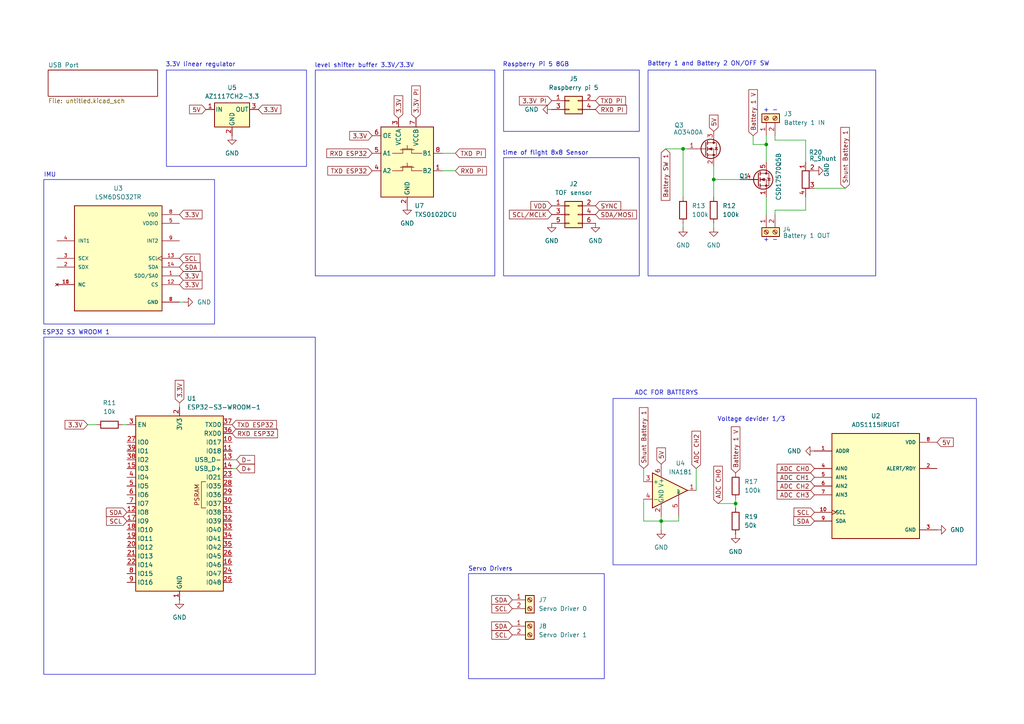
<source format=kicad_sch>
(kicad_sch (version 20250114) (generator "eeschema") (generator_version "9.0")
  (paper "A4")
  (lib_symbols
    (symbol "Amplifier_Current:INA181" (pin_names (offset 0.127))
      (property "Reference" "U" (at 3.81 3.81 0))
      (property "Value" "INA181" (at 3.81 -2.54 0))
      (symbol "INA181_0_1"
        (polyline (pts (xy 5.08 0) (xy -5.08 5.08) (xy -5.08 -5.08) (xy 5.08 0)) (stroke (width 0.254)) (fill (type background)))
      )
      (symbol "INA181_1_1"
        (pin input line (at -7.62 2.54 0) (length 2.54) (name "+") (number "3"))
        (pin input line (at -7.62 -2.54 0) (length 2.54) (name "-") (number "4"))
        (pin power_in line (at -2.54 7.62 270) (length 3.81) (name "V+") (number "6"))
        (pin power_in line (at -2.54 -7.62 90) (length 3.81) (name "GND") (number "2"))
        (pin input line (at 2.54 -7.62 90) (length 6.35) (name "REF") (number "5"))
        (pin output line (at 7.62 0 180) (length 2.54) (name "~") (number "1"))
      )
    )
    (symbol "Connector:Screw_Terminal_01x02" (pin_names (offset 1.016) (hide yes))
      (property "Reference" "J" (at 0 2.54 0))
      (property "Value" "Screw_Terminal_01x02" (at 0 -5.08 0))
      (symbol "Screw_Terminal_01x02_1_1"
        (rectangle (start -1.27 1.27) (end 1.27 -3.81) (stroke (width 0.254)) (fill (type background)))
        (polyline (pts (xy -0.5334 0.3302) (xy 0.3302 -0.508)) (stroke (width 0.1524)))
        (polyline (pts (xy -0.5334 -2.2098) (xy 0.3302 -3.048)) (stroke (width 0.1524)))
        (polyline (pts (xy -0.3556 0.508) (xy 0.508 -0.3302)) (stroke (width 0.1524)))
        (polyline (pts (xy -0.3556 -2.032) (xy 0.508 -2.8702)) (stroke (width 0.1524)))
        (circle (center 0 0) (radius 0.635) (stroke (width 0.1524)))
        (circle (center 0 -2.54) (radius 0.635) (stroke (width 0.1524)))
        (pin passive line (at -5.08 0 0) (length 3.81) (name "Pin_1") (number "1"))
        (pin passive line (at -5.08 -2.54 0) (length 3.81) (name "Pin_2") (number "2"))
      )
    )
    (symbol "Connector_Generic:Conn_02x02_Odd_Even" (pin_names (offset 1.016) (hide yes))
      (property "Reference" "J" (at 1.27 2.54 0))
      (property "Value" "Conn_02x02_Odd_Even" (at 1.27 -5.08 0))
      (symbol "Conn_02x02_Odd_Even_1_1"
        (rectangle (start -1.27 1.27) (end 3.81 -3.81) (stroke (width 0.254)) (fill (type background)))
        (rectangle (start -1.27 0.127) (end 0 -0.127) (stroke (width 0.1524)))
        (rectangle (start -1.27 -2.413) (end 0 -2.667) (stroke (width 0.1524)))
        (rectangle (start 3.81 0.127) (end 2.54 -0.127) (stroke (width 0.1524)))
        (rectangle (start 3.81 -2.413) (end 2.54 -2.667) (stroke (width 0.1524)))
        (pin passive line (at -5.08 0 0) (length 3.81) (name "Pin_1") (number "1"))
        (pin passive line (at -5.08 -2.54 0) (length 3.81) (name "Pin_3") (number "3"))
        (pin passive line (at 7.62 0 180) (length 3.81) (name "Pin_2") (number "2"))
        (pin passive line (at 7.62 -2.54 180) (length 3.81) (name "Pin_4") (number "4"))
      )
    )
    (symbol "Connector_Generic:Conn_02x03_Odd_Even" (pin_names (offset 1.016) (hide yes))
      (property "Reference" "J" (at 1.27 5.08 0))
      (property "Value" "Conn_02x03_Odd_Even" (at 1.27 -5.08 0))
      (symbol "Conn_02x03_Odd_Even_1_1"
        (rectangle (start -1.27 3.81) (end 3.81 -3.81) (stroke (width 0.254)) (fill (type background)))
        (rectangle (start -1.27 2.667) (end 0 2.413) (stroke (width 0.1524)))
        (rectangle (start -1.27 0.127) (end 0 -0.127) (stroke (width 0.1524)))
        (rectangle (start -1.27 -2.413) (end 0 -2.667) (stroke (width 0.1524)))
        (rectangle (start 3.81 2.667) (end 2.54 2.413) (stroke (width 0.1524)))
        (rectangle (start 3.81 0.127) (end 2.54 -0.127) (stroke (width 0.1524)))
        (rectangle (start 3.81 -2.413) (end 2.54 -2.667) (stroke (width 0.1524)))
        (pin passive line (at -5.08 2.54 0) (length 3.81) (name "Pin_1") (number "1"))
        (pin passive line (at -5.08 0 0) (length 3.81) (name "Pin_3") (number "3"))
        (pin passive line (at -5.08 -2.54 0) (length 3.81) (name "Pin_5") (number "5"))
        (pin passive line (at 7.62 2.54 180) (length 3.81) (name "Pin_2") (number "2"))
        (pin passive line (at 7.62 0 180) (length 3.81) (name "Pin_4") (number "4"))
        (pin passive line (at 7.62 -2.54 180) (length 3.81) (name "Pin_6") (number "6"))
      )
    )
    (symbol "Device:R" (pin_numbers (hide yes)) (pin_names (offset 0))
      (property "Reference" "R" (at 2.032 0 90))
      (property "Value" "R" (at 0 0 90))
      (symbol "R_0_1"
        (rectangle (start -1.016 -2.54) (end 1.016 2.54) (stroke (width 0.254)))
      )
      (symbol "R_1_1"
        (pin passive line (at 0 3.81 270) (length 1.27) (name "~") (number "1"))
        (pin passive line (at 0 -3.81 90) (length 1.27) (name "~") (number "2"))
      )
    )
    (symbol "Device:R_Shunt" (pin_names (offset 0) (hide yes))
      (property "Reference" "R" (at -2.032 0 90))
      (property "Value" "R_Shunt" (at 0 0 90))
      (symbol "R_Shunt_0_1"
        (rectangle (start -1.016 -2.54) (end 1.016 2.54) (stroke (width 0.254)))
        (polyline (pts (xy 0 -2.54) (xy 1.27 -2.54)))
        (polyline (pts (xy 1.27 2.54) (xy 0 2.54)))
      )
      (symbol "R_Shunt_1_1"
        (pin passive line (at 0 5.08 270) (length 2.54) (name "~") (number "1"))
        (pin passive line (at 0 -5.08 90) (length 2.54) (name "~") (number "4"))
        (pin passive line (at 2.54 2.54 180) (length 1.27) (name "~") (number "2"))
        (pin passive line (at 2.54 -2.54 180) (length 1.27) (name "~") (number "3"))
      )
    )
    (symbol "Logic_LevelTranslator:TXS0102DCU"
      (property "Reference" "U" (at -6.35 11.43 0))
      (property "Value" "TXS0102DCU" (at 3.81 11.43 0))
      (symbol "TXS0102DCU_0_1"
        (rectangle (start -7.62 10.16) (end 7.62 -10.16) (stroke (width 0.254)) (fill (type background)))
        (polyline (pts (xy -4.318 -2.54) (xy -1.27 -2.54)))
        (polyline (pts (xy -2.032 -1.524) (xy 2.032 -1.524)))
        (polyline (pts (xy -1.524 -1.27) (xy 1.524 -1.27)))
        (polyline (pts (xy -1.27 -2.54) (xy -1.27 -1.524)))
        (polyline (pts (xy 0 -1.27) (xy 0 -0.254)))
        (polyline (pts (xy 1.27 -2.54) (xy 1.27 -1.524)))
        (polyline (pts (xy 4.318 -2.54) (xy 1.27 -2.54)))
      )
      (symbol "TXS0102DCU_1_1"
        (polyline (pts (xy -4.318 2.54) (xy -1.27 2.54)))
        (polyline (pts (xy -2.032 3.556) (xy 2.032 3.556)))
        (polyline (pts (xy -1.524 3.81) (xy 1.524 3.81)))
        (polyline (pts (xy -1.27 2.54) (xy -1.27 3.556)))
        (polyline (pts (xy 0 3.81) (xy 0 4.826)))
        (polyline (pts (xy 1.27 2.54) (xy 1.27 3.556)))
        (polyline (pts (xy 4.318 2.54) (xy 1.27 2.54)))
        (pin input line (at -10.16 7.62 0) (length 2.54) (name "OE") (number "6"))
        (pin bidirectional line (at -10.16 2.54 0) (length 2.54) (name "A1") (number "5"))
        (pin bidirectional line (at -10.16 -2.54 0) (length 2.54) (name "A2") (number "4"))
        (pin power_in line (at -2.54 12.7 270) (length 2.54) (name "VCCA") (number "3"))
        (pin power_in line (at 0 -12.7 90) (length 2.54) (name "GND") (number "2"))
        (pin power_in line (at 2.54 12.7 270) (length 2.54) (name "VCCB") (number "7"))
        (pin bidirectional line (at 10.16 2.54 180) (length 2.54) (name "B1") (number "8"))
        (pin bidirectional line (at 10.16 -2.54 180) (length 2.54) (name "B2") (number "1"))
      )
    )
    (symbol "Mainboardlibrary:ADS1115IRUGT" (pin_names (offset 1.016))
      (property "Reference" "U" (at -12.7 16.002 0))
      (property "Value" "ADS1115IRUGT" (at -12.7 -17.78 0))
      (symbol "ADS1115IRUGT_0_0"
        (rectangle (start -12.7 -15.24) (end 12.7 15.24) (stroke (width 0.254)) (fill (type background)))
        (pin input line (at -17.78 10.16 0) (length 5.08) (name "ADDR") (number "1"))
        (pin input line (at -17.78 5.08 0) (length 5.08) (name "AIN0") (number "4"))
        (pin input line (at -17.78 2.54 0) (length 5.08) (name "AIN1") (number "5"))
        (pin input line (at -17.78 0 0) (length 5.08) (name "AIN2") (number "6"))
        (pin input line (at -17.78 -2.54 0) (length 5.08) (name "AIN3") (number "7"))
        (pin input clock (at -17.78 -7.62 0) (length 5.08) (name "SCL") (number "10"))
        (pin bidirectional line (at -17.78 -10.16 0) (length 5.08) (name "SDA") (number "9"))
        (pin power_in line (at 17.78 12.7 180) (length 5.08) (name "VDD") (number "8"))
        (pin output line (at 17.78 5.08 180) (length 5.08) (name "ALERT/RDY") (number "2"))
        (pin power_in line (at 17.78 -12.7 180) (length 5.08) (name "GND") (number "3"))
      )
    )
    (symbol "Mainboardlibrary:LSM6DSO32TR" (pin_names (offset 1.016))
      (property "Reference" "U" (at -12.7 16.002 0))
      (property "Value" "LSM6DSO32TR" (at -12.7 -17.78 0))
      (symbol "LSM6DSO32TR_0_0"
        (rectangle (start -12.7 -15.24) (end 12.7 15.24) (stroke (width 0.254)) (fill (type background)))
        (pin input line (at -17.78 5.08 0) (length 5.08) (name "INT1") (number "4"))
        (pin passive line (at -17.78 0 0) (length 5.08) (name "SCX") (number "3"))
        (pin passive line (at -17.78 -2.54 0) (length 5.08) (name "SDX") (number "2"))
        (pin no_connect line (at -17.78 -7.62 0) (length 5.08) (name "NC") (number "10"))
        (pin no_connect line (at -17.78 -7.62 0) (length 5.08) (name "NC") (number "11"))
        (pin power_in line (at 17.78 12.7 180) (length 5.08) (name "VDD") (number "8"))
        (pin power_in line (at 17.78 10.16 180) (length 5.08) (name "VDDIO") (number "5"))
        (pin output line (at 17.78 5.08 180) (length 5.08) (name "INT2") (number "9"))
        (pin input clock (at 17.78 0 180) (length 5.08) (name "SCL") (number "13"))
        (pin bidirectional line (at 17.78 -2.54 180) (length 5.08) (name "SDA") (number "14"))
        (pin bidirectional line (at 17.78 -5.08 180) (length 5.08) (name "SDO/SA0") (number "1"))
        (pin input line (at 17.78 -7.62 180) (length 5.08) (name "CS") (number "12"))
        (pin power_in line (at 17.78 -12.7 180) (length 5.08) (name "GND") (number "6"))
        (pin power_in line (at 17.78 -12.7 180) (length 5.08) (name "GND") (number "7"))
      )
    )
    (symbol "RF_Module:ESP32-S3-WROOM-1"
      (property "Reference" "U" (at -12.7 26.67 0))
      (property "Value" "ESP32-S3-WROOM-1" (at 12.7 26.67 0))
      (symbol "ESP32-S3-WROOM-1_0_0"
        (rectangle (start -12.7 25.4) (end 12.7 -25.4) (stroke (width 0.254)) (fill (type background)))
        (text "PSRAM" (at 5.08 2.54 900) (effects (font (size 1.27 1.27))))
      )
      (symbol "ESP32-S3-WROOM-1_0_1"
        (polyline (pts (xy 7.62 -1.27) (xy 6.35 -1.27) (xy 6.35 6.35) (xy 7.62 6.35)))
      )
      (symbol "ESP32-S3-WROOM-1_1_1"
        (pin input line (at -15.24 22.86 0) (length 2.54) (name "EN") (number "3"))
        (pin bidirectional line (at -15.24 17.78 0) (length 2.54) (name "IO0") (number "27"))
        (pin bidirectional line (at -15.24 15.24 0) (length 2.54) (name "IO1") (number "39"))
        (pin bidirectional line (at -15.24 12.7 0) (length 2.54) (name "IO2") (number "38"))
        (pin bidirectional line (at -15.24 10.16 0) (length 2.54) (name "IO3") (number "15"))
        (pin bidirectional line (at -15.24 7.62 0) (length 2.54) (name "IO4") (number "4"))
        (pin bidirectional line (at -15.24 5.08 0) (length 2.54) (name "IO5") (number "5"))
        (pin bidirectional line (at -15.24 2.54 0) (length 2.54) (name "IO6") (number "6"))
        (pin bidirectional line (at -15.24 0 0) (length 2.54) (name "IO7") (number "7"))
        (pin bidirectional line (at -15.24 -2.54 0) (length 2.54) (name "IO8") (number "12"))
        (pin bidirectional line (at -15.24 -5.08 0) (length 2.54) (name "IO9") (number "17"))
        (pin bidirectional line (at -15.24 -7.62 0) (length 2.54) (name "IO10") (number "18"))
        (pin bidirectional line (at -15.24 -10.16 0) (length 2.54) (name "IO11") (number "19"))
        (pin bidirectional line (at -15.24 -12.7 0) (length 2.54) (name "IO12") (number "20"))
        (pin bidirectional line (at -15.24 -15.24 0) (length 2.54) (name "IO13") (number "21"))
        (pin bidirectional line (at -15.24 -17.78 0) (length 2.54) (name "IO14") (number "22"))
        (pin bidirectional line (at -15.24 -20.32 0) (length 2.54) (name "IO15") (number "8"))
        (pin bidirectional line (at -15.24 -22.86 0) (length 2.54) (name "IO16") (number "9"))
        (pin power_in line (at 0 27.94 270) (length 2.54) (name "3V3") (number "2"))
        (pin power_in line (at 0 -27.94 90) (length 2.54) (name "GND") (number "1"))
        (pin passive line (at 0 -27.94 90) (length 2.54) (hide yes) (name "GND") (number "40"))
        (pin passive line (at 0 -27.94 90) (length 2.54) (hide yes) (name "GND") (number "41"))
        (pin bidirectional line (at 15.24 22.86 180) (length 2.54) (name "TXD0") (number "37"))
        (pin bidirectional line (at 15.24 20.32 180) (length 2.54) (name "RXD0") (number "36"))
        (pin bidirectional line (at 15.24 17.78 180) (length 2.54) (name "IO17") (number "10"))
        (pin bidirectional line (at 15.24 15.24 180) (length 2.54) (name "IO18") (number "11"))
        (pin bidirectional line (at 15.24 12.7 180) (length 2.54) (name "USB_D-") (number "13"))
        (pin bidirectional line (at 15.24 10.16 180) (length 2.54) (name "USB_D+") (number "14"))
        (pin bidirectional line (at 15.24 7.62 180) (length 2.54) (name "IO21") (number "23"))
        (pin bidirectional line (at 15.24 5.08 180) (length 2.54) (name "IO35") (number "28"))
        (pin bidirectional line (at 15.24 2.54 180) (length 2.54) (name "IO36") (number "29"))
        (pin bidirectional line (at 15.24 0 180) (length 2.54) (name "IO37") (number "30"))
        (pin bidirectional line (at 15.24 -2.54 180) (length 2.54) (name "IO38") (number "31"))
        (pin bidirectional line (at 15.24 -5.08 180) (length 2.54) (name "IO39") (number "32"))
        (pin bidirectional line (at 15.24 -7.62 180) (length 2.54) (name "IO40") (number "33"))
        (pin bidirectional line (at 15.24 -10.16 180) (length 2.54) (name "IO41") (number "34"))
        (pin bidirectional line (at 15.24 -12.7 180) (length 2.54) (name "IO42") (number "35"))
        (pin bidirectional line (at 15.24 -15.24 180) (length 2.54) (name "IO45") (number "26"))
        (pin bidirectional line (at 15.24 -17.78 180) (length 2.54) (name "IO46") (number "16"))
        (pin bidirectional line (at 15.24 -20.32 180) (length 2.54) (name "IO47") (number "24"))
        (pin bidirectional line (at 15.24 -22.86 180) (length 2.54) (name "IO48") (number "25"))
      )
    )
    (symbol "Regulator_Linear:AZ1117CH2-3.3" (pin_names (offset 0.254))
      (property "Reference" "U" (at -3.81 3.556 0))
      (property "Value" "AZ1117CH2-3.3" (at 0 3.556 0))
      (symbol "AZ1117CH2-3.3_0_1"
        (rectangle (start -5.08 1.905) (end 5.08 -5.08) (stroke (width 0.254)) (fill (type background)))
      )
      (symbol "AZ1117CH2-3.3_1_1"
        (pin power_in line (at -7.62 0 0) (length 2.54) (name "IN") (number "1"))
        (pin power_in line (at 0 -7.62 90) (length 2.54) (name "GND") (number "2"))
        (pin power_out line (at 7.62 0 180) (length 2.54) (name "OUT") (number "3"))
      )
    )
    (symbol "Transistor_FET:AO3400A" (pin_names (offset 0) (hide yes))
      (property "Reference" "Q" (at 5.08 1.905 0))
      (property "Value" "AO3400A" (at 5.08 0 0))
      (symbol "AO3400A_0_1"
        (polyline (pts (xy 0.254 1.905) (xy 0.254 -1.905)) (stroke (width 0.254)))
        (polyline (pts (xy 0.254 0) (xy -2.54 0)))
        (polyline (pts (xy 0.762 2.286) (xy 0.762 1.27)) (stroke (width 0.254)))
        (polyline (pts (xy 0.762 0.508) (xy 0.762 -0.508)) (stroke (width 0.254)))
        (polyline (pts (xy 0.762 -1.27) (xy 0.762 -2.286)) (stroke (width 0.254)))
        (polyline (pts (xy 0.762 -1.778) (xy 3.302 -1.778) (xy 3.302 1.778) (xy 0.762 1.778)))
        (polyline (pts (xy 1.016 0) (xy 2.032 0.381) (xy 2.032 -0.381) (xy 1.016 0)) (fill (type outline)))
        (circle (center 1.651 0) (radius 2.794) (stroke (width 0.254)))
        (polyline (pts (xy 2.54 2.54) (xy 2.54 1.778)))
        (circle (center 2.54 1.778) (radius 0.254) (fill (type outline)))
        (circle (center 2.54 -1.778) (radius 0.254) (fill (type outline)))
        (polyline (pts (xy 2.54 -2.54) (xy 2.54 0) (xy 0.762 0)))
        (polyline (pts (xy 2.921 0.381) (xy 3.683 0.381)))
        (polyline (pts (xy 3.302 0.381) (xy 2.921 -0.254) (xy 3.683 -0.254) (xy 3.302 0.381)))
      )
      (symbol "AO3400A_1_1"
        (pin input line (at -5.08 0 0) (length 2.54) (name "G") (number "1"))
        (pin passive line (at 2.54 5.08 270) (length 2.54) (name "D") (number "3"))
        (pin passive line (at 2.54 -5.08 90) (length 2.54) (name "S") (number "2"))
      )
    )
    (symbol "Transistor_FET:CSD17570Q5B" (pin_names (offset 0) (hide yes))
      (property "Reference" "Q" (at 5.08 1.905 0))
      (property "Value" "CSD17570Q5B" (at 5.08 0 0))
      (symbol "CSD17570Q5B_0_1"
        (polyline (pts (xy 0.254 1.905) (xy 0.254 -1.905)) (stroke (width 0.254)))
        (polyline (pts (xy 0.254 0) (xy -2.54 0)))
        (polyline (pts (xy 0.762 2.286) (xy 0.762 1.27)) (stroke (width 0.254)))
        (polyline (pts (xy 0.762 0.508) (xy 0.762 -0.508)) (stroke (width 0.254)))
        (polyline (pts (xy 0.762 -1.27) (xy 0.762 -2.286)) (stroke (width 0.254)))
        (polyline (pts (xy 0.762 -1.778) (xy 3.302 -1.778) (xy 3.302 1.778) (xy 0.762 1.778)))
        (polyline (pts (xy 1.016 0) (xy 2.032 0.381) (xy 2.032 -0.381) (xy 1.016 0)) (fill (type outline)))
        (circle (center 1.651 0) (radius 2.794) (stroke (width 0.254)))
        (polyline (pts (xy 2.54 2.54) (xy 2.54 1.778)))
        (circle (center 2.54 1.778) (radius 0.254) (fill (type outline)))
        (circle (center 2.54 -1.778) (radius 0.254) (fill (type outline)))
        (polyline (pts (xy 2.54 -2.54) (xy 2.54 0) (xy 0.762 0)))
        (polyline (pts (xy 2.794 0.508) (xy 2.921 0.381) (xy 3.683 0.381) (xy 3.81 0.254)))
        (polyline (pts (xy 3.302 0.381) (xy 2.921 -0.254) (xy 3.683 -0.254) (xy 3.302 0.381)))
      )
      (symbol "CSD17570Q5B_1_1"
        (pin input line (at -5.08 0 0) (length 5.08) (name "G") (number "4"))
        (pin passive line (at 2.54 5.08 270) (length 2.54) (name "D") (number "5"))
        (pin passive line (at 2.54 -5.08 90) (length 2.54) (name "S") (number "1"))
        (pin passive line (at 2.54 -5.08 90) (length 2.54) (hide yes) (name "S") (number "2"))
        (pin passive line (at 2.54 -5.08 90) (length 2.54) (hide yes) (name "S") (number "3"))
      )
    )
    (symbol "power:GND" (power) (pin_numbers (hide yes)) (pin_names (offset 0) (hide yes))
      (property "Value" "GND" (at 0 -3.81 0))
      (symbol "GND_0_1"
        (polyline (pts (xy 0 0) (xy 0 -1.27) (xy 1.27 -1.27) (xy 0 -2.54) (xy -1.27 -1.27) (xy 0 -1.27)))
      )
      (symbol "GND_1_1"
        (pin power_in line (at 0 0 270) (length 0) (name "~") (number "1"))
      )
    )
  )
  (rectangle (start 12.7 52.07) (end 62.23 93.98))
  (rectangle (start 91.44 20.32) (end 143.51 80.01))
  (rectangle (start 48.26 20.32) (end 88.9 48.26))
  (rectangle (start 146.05 20.32) (end 185.42 38.1))
  (rectangle (start 12.7 97.79) (end 91.44 195.58))
  (rectangle (start 177.8 115.57) (end 283.21 163.83))
  (rectangle (start 146.05 45.72) (end 185.42 80.01))
  (rectangle (start 135.89 166.37) (end 175.26 196.85))
  (rectangle (start 187.96 20.32) (end 254 80.01))
  (text "ADC FOR BATTERYS" (at 193.294 114.046 0) (effects (font (size 1.27 1.27))))
  (text "3.3V linear regulator" (at 58.166 18.796 0) (effects (font (size 1.27 1.27))))
  (text "+ -" (at 223.52 32.004 0) (effects (font (size 1.27 1.27))))
  (text "IMU" (at 14.478 50.8 0) (effects (font (size 1.27 1.27))))
  (text "ESP32 S3 WROOM 1" (at 22.098 96.52 0) (effects (font (size 1.27 1.27))))
  (text "Raspberry Pi 5 8GB" (at 155.448 18.796 0) (effects (font (size 1.27 1.27))))
  (text "Battery 1 and Battery 2 ON/OFF SW" (at 205.486 18.542 0) (effects (font (size 1.27 1.27))))
  (text "Servo Drivers" (at 142.24 165.1 0) (effects (font (size 1.27 1.27))))
  (text "+ -" (at 223.52 69.596 0) (effects (font (size 1.27 1.27))))
  (text "time of flight 8x8 Sensor" (at 158.242 44.45 0) (effects (font (size 1.27 1.27))))
  (text "Voltage devider 1/3" (at 217.932 121.666 0) (effects (font (size 1.27 1.27))))
  (text "level shifter buffer 3.3V/3.3V" (at 105.664 19.05 0) (effects (font (size 1.27 1.27))))
  (junction (at 191.77 151.13))
  (junction (at 213.36 146.05))
  (junction (at 198.12 43.18))
  (junction (at 222.25 41.91))
  (junction (at 207.01 52.07))
  (wire (pts (xy 191.77 151.13) (xy 191.77 149.86)))
  (wire (pts (xy 222.25 39.37) (xy 222.25 41.91)))
  (wire (pts (xy 196.85 149.86) (xy 196.85 151.13)))
  (wire (pts (xy 218.44 39.37) (xy 218.44 41.91)))
  (wire (pts (xy 207.01 48.26) (xy 207.01 52.07)))
  (wire (pts (xy 128.27 49.53) (xy 132.08 49.53)))
  (wire (pts (xy 186.69 135.89) (xy 186.69 139.7)))
  (wire (pts (xy 198.12 64.77) (xy 198.12 66.04)))
  (wire (pts (xy 201.93 135.89) (xy 201.93 142.24)))
  (wire (pts (xy 198.12 43.18) (xy 199.39 43.18)))
  (wire (pts (xy 222.25 57.15) (xy 222.25 62.23)))
  (wire (pts (xy 233.68 40.64) (xy 233.68 46.99)))
  (wire (pts (xy 186.69 144.78) (xy 186.69 151.13)))
  (wire (pts (xy 207.01 52.07) (xy 214.63 52.07)))
  (wire (pts (xy 191.77 153.67) (xy 191.77 151.13)))
  (wire (pts (xy 193.04 43.18) (xy 198.12 43.18)))
  (wire (pts (xy 25.4 123.19) (xy 27.94 123.19)))
  (wire (pts (xy 186.69 151.13) (xy 191.77 151.13)))
  (wire (pts (xy 52.07 87.63) (xy 53.34 87.63)))
  (wire (pts (xy 196.85 151.13) (xy 191.77 151.13)))
  (wire (pts (xy 208.28 146.05) (xy 213.36 146.05)))
  (wire (pts (xy 245.11 54.61) (xy 236.22 54.61)))
  (wire (pts (xy 35.56 123.19) (xy 36.83 123.19)))
  (wire (pts (xy 68.58 135.89) (xy 67.31 135.89)))
  (wire (pts (xy 128.27 44.45) (xy 132.08 44.45)))
  (wire (pts (xy 207.01 64.77) (xy 207.01 66.04)))
  (wire (pts (xy 198.12 57.15) (xy 198.12 43.18)))
  (wire (pts (xy 213.36 144.78) (xy 213.36 146.05)))
  (wire (pts (xy 218.44 41.91) (xy 222.25 41.91)))
  (wire (pts (xy 52.07 116.84) (xy 52.07 118.11)))
  (wire (pts (xy 222.25 41.91) (xy 222.25 46.99)))
  (wire (pts (xy 224.79 40.64) (xy 233.68 40.64)))
  (wire (pts (xy 224.79 60.96) (xy 224.79 62.23)))
  (wire (pts (xy 213.36 146.05) (xy 213.36 147.32)))
  (wire (pts (xy 68.58 133.35) (xy 67.31 133.35)))
  (wire (pts (xy 224.79 39.37) (xy 224.79 40.64)))
  (wire (pts (xy 233.68 60.96) (xy 224.79 60.96)))
  (wire (pts (xy 207.01 52.07) (xy 207.01 57.15)))
  (wire (pts (xy 233.68 57.15) (xy 233.68 60.96)))
  (global_label "TXD PI" (shape input) (at 132.08 44.45 0) (property "Intersheetrefs" "${INTERSHEET_REFS}" (effects (hide yes))))
  (global_label "ADC CH0" (shape input) (at 208.28 146.05 90) (property "Intersheetrefs" "${INTERSHEET_REFS}" (effects (hide yes))))
  (global_label "3.3V" (shape input) (at 115.57 34.29 90) (property "Intersheetrefs" "${INTERSHEET_REFS}" (effects (hide yes))))
  (global_label "5V" (shape input) (at 191.77 134.62 90) (property "Intersheetrefs" "${INTERSHEET_REFS}" (effects (hide yes))))
  (global_label "SDA" (shape input) (at 236.22 151.13 180) (property "Intersheetrefs" "${INTERSHEET_REFS}" (effects (hide yes))))
  (global_label "5V" (shape input) (at 59.69 31.75 180) (property "Intersheetrefs" "${INTERSHEET_REFS}" (effects (hide yes))))
  (global_label "SCL" (shape input) (at 36.83 151.13 180) (property "Intersheetrefs" "${INTERSHEET_REFS}" (effects (hide yes))))
  (global_label "5V" (shape input) (at 207.01 38.1 90) (property "Intersheetrefs" "${INTERSHEET_REFS}" (effects (hide yes))))
  (global_label "SDA" (shape input) (at 148.59 173.99 180) (property "Intersheetrefs" "${INTERSHEET_REFS}" (effects (hide yes))))
  (global_label "3.3V" (shape input) (at 74.93 31.75 0) (property "Intersheetrefs" "${INTERSHEET_REFS}" (effects (hide yes))))
  (global_label "SYNC" (shape input) (at 172.72 59.69 0) (property "Intersheetrefs" "${INTERSHEET_REFS}" (effects (hide yes))))
  (global_label "3.3V" (shape input) (at 25.4 123.19 180) (property "Intersheetrefs" "${INTERSHEET_REFS}" (effects (hide yes))))
  (global_label "3.3V" (shape input) (at 52.07 82.55 0) (property "Intersheetrefs" "${INTERSHEET_REFS}" (effects (hide yes))))
  (global_label "RXD PI" (shape input) (at 132.08 49.53 0) (property "Intersheetrefs" "${INTERSHEET_REFS}" (effects (hide yes))))
  (global_label "RXD PI" (shape input) (at 172.72 31.75 0) (property "Intersheetrefs" "${INTERSHEET_REFS}" (effects (hide yes))))
  (global_label "ADC CH2" (shape input) (at 201.93 135.89 90) (property "Intersheetrefs" "${INTERSHEET_REFS}" (effects (hide yes))))
  (global_label "RXD ESP32" (shape input) (at 107.95 44.45 180) (property "Intersheetrefs" "${INTERSHEET_REFS}" (effects (hide yes))))
  (global_label "3.3V" (shape input) (at 52.07 62.23 0) (property "Intersheetrefs" "${INTERSHEET_REFS}" (effects (hide yes))))
  (global_label "SCL{slash}MCLK" (shape input) (at 160.02 62.23 180) (property "Intersheetrefs" "${INTERSHEET_REFS}" (effects (hide yes))))
  (global_label "3.3V" (shape input) (at 107.95 39.37 180) (property "Intersheetrefs" "${INTERSHEET_REFS}" (effects (hide yes))))
  (global_label "ADC CH0" (shape input) (at 236.22 135.89 180) (property "Intersheetrefs" "${INTERSHEET_REFS}" (effects (hide yes))))
  (global_label "Shunt Battery 1" (shape input) (at 186.69 135.89 90) (property "Intersheetrefs" "${INTERSHEET_REFS}" (effects (hide yes))))
  (global_label "Battery 1 V" (shape input) (at 218.44 39.37 90) (property "Intersheetrefs" "${INTERSHEET_REFS}" (effects (hide yes))))
  (global_label "TXD ESP32" (shape input) (at 67.31 123.19 0) (property "Intersheetrefs" "${INTERSHEET_REFS}" (effects (hide yes))))
  (global_label "SDA" (shape input) (at 52.07 77.47 0) (property "Intersheetrefs" "${INTERSHEET_REFS}" (effects (hide yes))))
  (global_label "3.3V" (shape input) (at 52.07 116.84 90) (property "Intersheetrefs" "${INTERSHEET_REFS}" (effects (hide yes))))
  (global_label "ADC CH2" (shape input) (at 236.22 140.97 180) (property "Intersheetrefs" "${INTERSHEET_REFS}" (effects (hide yes))))
  (global_label "RXD ESP32" (shape input) (at 67.31 125.73 0) (property "Intersheetrefs" "${INTERSHEET_REFS}" (effects (hide yes))))
  (global_label "ADC CH3" (shape input) (at 236.22 143.51 180) (property "Intersheetrefs" "${INTERSHEET_REFS}" (effects (hide yes))))
  (global_label "ADC CH1" (shape input) (at 236.22 138.43 180) (property "Intersheetrefs" "${INTERSHEET_REFS}" (effects (hide yes))))
  (global_label "SCL" (shape input) (at 148.59 176.53 180) (property "Intersheetrefs" "${INTERSHEET_REFS}" (effects (hide yes))))
  (global_label "SCL" (shape input) (at 236.22 148.59 180) (property "Intersheetrefs" "${INTERSHEET_REFS}" (effects (hide yes))))
  (global_label "SDA" (shape input) (at 36.83 148.59 180) (property "Intersheetrefs" "${INTERSHEET_REFS}" (effects (hide yes))))
  (global_label "Battery SW 1" (shape input) (at 193.04 43.18 270) (property "Intersheetrefs" "${INTERSHEET_REFS}" (effects (hide yes))))
  (global_label "D-" (shape input) (at 68.58 133.35 0) (property "Intersheetrefs" "${INTERSHEET_REFS}" (effects (hide yes))))
  (global_label "VDD" (shape input) (at 160.02 59.69 180) (property "Intersheetrefs" "${INTERSHEET_REFS}" (effects (hide yes))))
  (global_label "3.3V" (shape input) (at 52.07 80.01 0) (property "Intersheetrefs" "${INTERSHEET_REFS}" (effects (hide yes))))
  (global_label "SDA" (shape input) (at 148.59 181.61 180) (property "Intersheetrefs" "${INTERSHEET_REFS}" (effects (hide yes))))
  (global_label "SCL" (shape input) (at 148.59 184.15 180) (property "Intersheetrefs" "${INTERSHEET_REFS}" (effects (hide yes))))
  (global_label "Shunt Battery 1" (shape input) (at 245.11 54.61 90) (property "Intersheetrefs" "${INTERSHEET_REFS}" (effects (hide yes))))
  (global_label "3.3V PI" (shape input) (at 160.02 29.21 180) (property "Intersheetrefs" "${INTERSHEET_REFS}" (effects (hide yes))))
  (global_label "5V" (shape input) (at 271.78 128.27 0) (property "Intersheetrefs" "${INTERSHEET_REFS}" (effects (hide yes))))
  (global_label "TXD PI" (shape input) (at 172.72 29.21 0) (property "Intersheetrefs" "${INTERSHEET_REFS}" (effects (hide yes))))
  (global_label "D+" (shape input) (at 68.58 135.89 0) (property "Intersheetrefs" "${INTERSHEET_REFS}" (effects (hide yes))))
  (global_label "TXD ESP32" (shape input) (at 107.95 49.53 180) (property "Intersheetrefs" "${INTERSHEET_REFS}" (effects (hide yes))))
  (global_label "SCL" (shape input) (at 52.07 74.93 0) (property "Intersheetrefs" "${INTERSHEET_REFS}" (effects (hide yes))))
  (global_label "SDA{slash}MOSI" (shape input) (at 172.72 62.23 0) (property "Intersheetrefs" "${INTERSHEET_REFS}" (effects (hide yes))))
  (global_label "Battery 1 V" (shape input) (at 213.36 137.16 90) (property "Intersheetrefs" "${INTERSHEET_REFS}" (effects (hide yes))))
  (global_label "3.3V PI" (shape input) (at 120.65 34.29 90) (property "Intersheetrefs" "${INTERSHEET_REFS}" (effects (hide yes))))
  (symbol (lib_id "power:GND") (at 207.01 66.04 0) (unit 1)
    (property "Reference" "#PWR019" (effects (hide yes)))
    (property "Value" "GND" (at 207.01 71.12 0))
    (property "Description" "Power symbol creates a global label with name \"GND\" , ground" (effects (hide yes)))
  )
  (symbol (lib_id "power:GND") (at 52.07 173.99 0) (unit 1)
    (property "Reference" "#PWR015" (effects (hide yes)))
    (property "Value" "GND" (at 52.07 179.07 0))
    (property "Description" "Power symbol creates a global label with name \"GND\" , ground" (effects (hide yes)))
  )
  (symbol (lib_id "Regulator_Linear:AZ1117CH2-3.3") (at 67.31 31.75 0) (unit 1)
    (property "Reference" "U5" (at 67.31 25.4 0))
    (property "Value" "AZ1117CH2-3.3" (at 67.31 27.94 0))
    (property "Footprint" "Package_TO_SOT_SMD:SOT-223-3_TabPin2" (effects (hide yes)))
    (property "Datasheet" "https://www.diodes.com/assets/Datasheets/AZ1117C.pdf" (effects (hide yes)))
    (property "Description" "1A Fixed 3.3V LDO Linear Regulator, 15V Max Input, SOT-223" (effects (hide yes)))
  )
  (symbol (lib_id "Connector_Generic:Conn_02x02_Odd_Even") (at 165.1 29.21 0) (unit 1)
    (property "Reference" "J5" (at 166.37 22.86 0))
    (property "Value" "Raspberry pi 5" (at 166.37 25.4 0))
    (property "Footprint" "Connector_PinHeader_2.54mm:PinHeader_2x02_P2.54mm_Vertical" (effects (hide yes)))
    (property "Description" "Generic connector, double row, 02x02, odd/even pin numbering scheme (row 1 odd numbers, row 2 even numbers), script generated (kicad-library-utils/schlib/autogen/connector/)" (effects (hide yes)))
  )
  (symbol (lib_id "power:GND") (at 198.12 66.04 0) (unit 1)
    (property "Reference" "#PWR018" (effects (hide yes)))
    (property "Value" "GND" (at 198.12 71.12 0))
    (property "Description" "Power symbol creates a global label with name \"GND\" , ground" (effects (hide yes)))
  )
  (symbol (lib_id "Device:R") (at 213.36 140.97 0) (unit 1)
    (property "Reference" "R17" (at 215.9 139.6999 0) (effects (justify left)))
    (property "Value" "100k" (at 215.9 142.2399 0) (effects (justify left)))
    (property "Description" "Resistor" (effects (hide yes)))
  )
  (symbol (lib_id "Device:R") (at 207.01 60.96 0) (unit 1)
    (property "Reference" "R12" (at 209.55 59.6899 0) (effects (justify left)))
    (property "Value" "100k" (at 209.55 62.2299 0) (effects (justify left)))
    (property "Description" "Resistor" (effects (hide yes)))
  )
  (symbol (lib_id "power:GND") (at 236.22 130.81 270) (unit 1)
    (property "Reference" "#PWR026" (effects (hide yes)))
    (property "Value" "GND" (at 232.41 130.8099 90) (effects (justify right)))
    (property "Description" "Power symbol creates a global label with name \"GND\" , ground" (effects (hide yes)))
  )
  (symbol (lib_id "power:GND") (at 236.22 49.53 90) (unit 1)
    (property "Reference" "#PWR022" (effects (hide yes)))
    (property "Value" "GND" (at 239.776 49.276 0))
    (property "Description" "Power symbol creates a global label with name \"GND\" , ground" (effects (hide yes)))
  )
  (symbol (lib_id "power:GND") (at 271.78 153.67 90) (unit 1)
    (property "Reference" "#PWR027" (effects (hide yes)))
    (property "Value" "GND" (at 275.59 153.6699 90) (effects (justify right)))
    (property "Description" "Power symbol creates a global label with name \"GND\" , ground" (effects (hide yes)))
  )
  (symbol (lib_id "Transistor_FET:AO3400A") (at 204.47 43.18 0) (unit 1)
    (property "Reference" "Q3" (at 195.58 36.3219 0) (effects (justify left)))
    (property "Value" "AO3400A" (at 195.326 38.354 0) (effects (justify left)))
    (property "Footprint" "Package_TO_SOT_SMD:SOT-23" (effects (hide yes)))
    (property "Datasheet" "http://www.aosmd.com/pdfs/datasheet/AO3400A.pdf" (effects (hide yes)))
    (property "Description" "30V Vds, 5.7A Id, N-Channel MOSFET, SOT-23" (effects (hide yes)))
  )
  (symbol (lib_id "Mainboardlibrary:ADS1115IRUGT") (at 254 140.97 0) (unit 1)
    (property "Reference" "U2" (at 254 120.65 0))
    (property "Value" "ADS1115IRUGT" (at 254 123.19 0))
    (property "Footprint" "ADS1115IRUGT:IC_ADS1115IRUGT" (effects (hide yes)))
    (property "MF" "Texas Instruments" (effects (hide yes)))
    (property "MAXIMUM_PACKAGE_HEIGHT" "0.4 mm" (effects (hide yes)))
    (property "Package" "X2QFN-10 Texas Instruments" (effects (hide yes)))
    (property "Price" "None" (effects (hide yes)))
    (property "Check_prices" "https://www.snapeda.com/parts/ADS1115IRUGT/Texas+Instruments/view-part/?ref=eda" (effects (hide yes)))
    (property "STANDARD" "Manufacturer Recommendations" (effects (hide yes)))
    (property "PARTREV" "B" (effects (hide yes)))
    (property "SnapEDA_Link" "https://www.snapeda.com/parts/ADS1115IRUGT/Texas+Instruments/view-part/?ref=snap" (effects (hide yes)))
    (property "MP" "ADS1115IRUGT" (effects (hide yes)))
    (property "Description_1" "16-bit, 860-SPS, 4-channel, delta-sigma ADC with PGA, oscillator, VREF, comparator and I2C" (effects (hide yes)))
    (property "Availability" "In Stock" (effects (hide yes)))
    (property "MANUFACTURER" "Texas Instruments" (effects (hide yes)))
  )
  (symbol (lib_id "power:GND") (at 67.31 39.37 0) (unit 1)
    (property "Reference" "#PWR014" (effects (hide yes)))
    (property "Value" "GND" (at 67.31 44.45 0))
    (property "Description" "Power symbol creates a global label with name \"GND\" , ground" (effects (hide yes)))
  )
  (symbol (lib_id "Device:R") (at 213.36 151.13 0) (unit 1)
    (property "Reference" "R19" (at 215.9 149.8599 0) (effects (justify left)))
    (property "Value" "50k" (at 215.9 152.3999 0) (effects (justify left)))
    (property "Description" "Resistor" (effects (hide yes)))
  )
  (symbol (lib_id "power:GND") (at 213.36 154.94 0) (unit 1)
    (property "Reference" "#PWR028" (effects (hide yes)))
    (property "Value" "GND" (at 213.36 160.02 0))
    (property "Description" "Power symbol creates a global label with name \"GND\" , ground" (effects (hide yes)))
  )
  (symbol (lib_id "Transistor_FET:CSD17570Q5B") (at 219.71 52.07 0) (unit 1)
    (property "Reference" "Q1" (at 214.376 51.054 0) (effects (justify left)))
    (property "Value" "CSD17570Q5B" (at 225.806 58.166 90) (effects (justify left)))
    (property "Footprint" "Package_TO_SOT_SMD:TDSON-8-1" (effects (hide yes)))
    (property "Datasheet" "http://www.ti.com/lit/gpn/csd17570q5b" (effects (hide yes)))
    (property "Description" "100A Id, 30V Vds, NexFET N-Channel Power MOSFET, 0.69mOhm Ron, 93nC Qg(typ), SON8 5x6mm" (effects (hide yes)))
  )
  (symbol (lib_id "power:GND") (at 53.34 87.63 90) (unit 1)
    (property "Reference" "#PWR023" (effects (hide yes)))
    (property "Value" "GND" (at 57.15 87.6299 90) (effects (justify right)))
    (property "Description" "Power symbol creates a global label with name \"GND\" , ground" (effects (hide yes)))
  )
  (symbol (lib_id "Connector:Screw_Terminal_01x02") (at 222.25 67.31 90) (mirror x) (unit 1)
    (property "Reference" "J4" (at 229.362 66.548 90) (effects (justify left)))
    (property "Value" "Battery 1 OUT" (at 240.792 68.326 90) (effects (justify left)))
    (property "Description" "Generic screw terminal, single row, 01x02, script generated (kicad-library-utils/schlib/autogen/connector/)" (effects (hide yes)))
  )
  (symbol (lib_id "power:GND") (at 160.02 31.75 270) (unit 1)
    (property "Reference" "#PWR02" (effects (hide yes)))
    (property "Value" "GND" (at 156.21 31.7499 90) (effects (justify right)))
    (property "Description" "Power symbol creates a global label with name \"GND\" , ground" (effects (hide yes)))
  )
  (symbol (lib_id "power:GND") (at 160.02 64.77 0) (unit 1)
    (property "Reference" "#PWR06" (effects (hide yes)))
    (property "Value" "GND" (at 160.02 69.85 0))
    (property "Description" "Power symbol creates a global label with name \"GND\" , ground" (effects (hide yes)))
  )
  (symbol (lib_id "Connector:Screw_Terminal_01x02") (at 153.67 173.99 0) (unit 1)
    (property "Reference" "J7" (at 156.21 173.9899 0) (effects (justify left)))
    (property "Value" "Servo Driver 0" (at 156.21 176.5299 0) (effects (justify left)))
    (property "Description" "Generic screw terminal, single row, 01x02, script generated (kicad-library-utils/schlib/autogen/connector/)" (effects (hide yes)))
  )
  (symbol (lib_id "Connector_Generic:Conn_02x03_Odd_Even") (at 165.1 62.23 0) (unit 1)
    (property "Reference" "J2" (at 166.37 53.34 0))
    (property "Value" "TOF sensor" (at 166.37 55.88 0))
    (property "Description" "Generic connector, double row, 02x03, odd/even pin numbering scheme (row 1 odd numbers, row 2 even numbers), script generated (kicad-library-utils/schlib/autogen/connector/)" (effects (hide yes)))
  )
  (symbol (lib_id "Device:R") (at 198.12 60.96 0) (unit 1)
    (property "Reference" "R13" (at 200.66 59.6899 0) (effects (justify left)))
    (property "Value" "100k" (at 200.66 62.2299 0) (effects (justify left)))
    (property "Description" "Resistor" (effects (hide yes)))
  )
  (symbol (lib_id "Device:R_Shunt") (at 233.68 52.07 0) (unit 1)
    (property "Reference" "R20" (at 238.506 44.196 0) (effects (justify right)))
    (property "Value" "R_Shunt" (at 242.57 45.974 0) (effects (justify right)))
    (property "Description" "Shunt resistor with Kelvin connections" (effects (hide yes)))
  )
  (symbol (lib_id "RF_Module:ESP32-S3-WROOM-1") (at 52.07 146.05 0) (unit 1)
    (property "Reference" "U1" (at 54.2133 115.57 0) (effects (justify left)))
    (property "Value" "ESP32-S3-WROOM-1" (at 54.2133 118.11 0) (effects (justify left)))
    (property "Footprint" "RF_Module:ESP32-S3-WROOM-1" (effects (hide yes)))
    (property "Datasheet" "https://www.espressif.com/sites/default/files/documentation/esp32-s3-wroom-1_wroom-1u_datasheet_en.pdf" (effects (hide yes)))
    (property "Description" "RF Module, ESP32-S3 SoC, Wi-Fi 802.11b/g/n, Bluetooth, BLE, 32-bit, 3.3V, onboard antenna, SMD" (effects (hide yes)))
  )
  (symbol (lib_id "Connector:Screw_Terminal_01x02") (at 153.67 181.61 0) (unit 1)
    (property "Reference" "J8" (at 156.21 181.6099 0) (effects (justify left)))
    (property "Value" "Servo Driver 1" (at 156.21 184.1499 0) (effects (justify left)))
    (property "Description" "Generic screw terminal, single row, 01x02, script generated (kicad-library-utils/schlib/autogen/connector/)" (effects (hide yes)))
  )
  (symbol (lib_id "power:GND") (at 118.11 59.69 0) (unit 1)
    (property "Reference" "#PWR016" (effects (hide yes)))
    (property "Value" "GND" (at 118.11 64.77 0))
    (property "Description" "Power symbol creates a global label with name \"GND\" , ground" (effects (hide yes)))
  )
  (symbol (lib_id "power:GND") (at 191.77 153.67 0) (unit 1)
    (property "Reference" "#PWR024" (effects (hide yes)))
    (property "Value" "GND" (at 191.77 158.75 0))
    (property "Description" "Power symbol creates a global label with name \"GND\" , ground" (effects (hide yes)))
  )
  (symbol (lib_id "Mainboardlibrary:LSM6DSO32TR") (at 34.29 74.93 0) (unit 1)
    (property "Reference" "U3" (at 34.29 54.61 0))
    (property "Value" "LSM6DSO32TR" (at 34.29 57.15 0))
    (property "Footprint" "Mainborad:XDCR_LSM6DSO32TR" (effects (hide yes)))
    (property "MF" "STMicroelectronics" (effects (hide yes)))
    (property "MAXIMUM_PACKAGE_HEIGHT" "0.86mm" (effects (hide yes)))
    (property "Package" "VFLGA-14 STMicroelectronics" (effects (hide yes)))
    (property "Price" "None" (effects (hide yes)))
    (property "Check_prices" "https://www.snapeda.com/parts/LSM6DSO32TR/STMicroelectronics/view-part/?ref=eda" (effects (hide yes)))
    (property "STANDARD" "Manufacturer Recommendations" (effects (hide yes)))
    (property "PARTREV" "1" (effects (hide yes)))
    (property "SnapEDA_Link" "https://www.snapeda.com/parts/LSM6DSO32TR/STMicroelectronics/view-part/?ref=snap" (effects (hide yes)))
    (property "MP" "LSM6DSO32TR" (effects (hide yes)))
    (property "Description_1" "Accelerometer, Gyroscope, Temperature, 6 Axis Sensor I2C, SPI Output" (effects (hide yes)))
    (property "Availability" "In Stock" (effects (hide yes)))
    (property "MANUFACTURER" "STMicroelectronics" (effects (hide yes)))
  )
  (symbol (lib_id "Amplifier_Current:INA181") (at 194.31 142.24 0) (unit 1)
    (property "Reference" "U4" (at 197.358 134.366 0))
    (property "Value" "INA181" (at 197.358 136.906 0))
    (property "Footprint" "Package_TO_SOT_SMD:SOT-23-6" (effects (hide yes)))
    (property "Datasheet" "http://www.ti.com/lit/ds/symlink/ina181.pdf" (effects (hide yes)))
    (property "Description" "Bidirectional, Low- and High-Side Voltage Output, Current-Sense Amplifier, SOT-23-6" (effects (hide yes)))
  )
  (symbol (lib_id "Logic_LevelTranslator:TXS0102DCU") (at 118.11 46.99 0) (unit 1)
    (property "Reference" "U7" (at 120.2533 59.69 0) (effects (justify left)))
    (property "Value" "TXS0102DCU" (at 120.2533 62.23 0) (effects (justify left)))
    (property "Footprint" "Package_SO:VSSOP-8_2.3x2mm_P0.5mm" (effects (hide yes)))
    (property "Datasheet" "http://www.ti.com/lit/gpn/txs0102" (effects (hide yes)))
    (property "Description" "2-Bit Bidirectional Voltage-Level Shifter for Open-Drain and Push-Pull Application, VSSOP-8" (effects (hide yes)))
  )
  (symbol (lib_id "Device:R") (at 31.75 123.19 90) (unit 1)
    (property "Reference" "R11" (at 31.75 116.84 90))
    (property "Value" "10k" (at 31.75 119.38 90))
    (property "Description" "Resistor" (effects (hide yes)))
  )
  (symbol (lib_id "Connector:Screw_Terminal_01x02") (at 222.25 34.29 90) (unit 1)
    (property "Reference" "J3" (at 227.33 33.0199 90) (effects (justify right)))
    (property "Value" "Battery 1 IN" (at 227.33 35.5599 90) (effects (justify right)))
    (property "Description" "Generic screw terminal, single row, 01x02, script generated (kicad-library-utils/schlib/autogen/connector/)" (effects (hide yes)))
  )
  (symbol (lib_id "power:GND") (at 172.72 64.77 0) (unit 1)
    (property "Reference" "#PWR04" (effects (hide yes)))
    (property "Value" "GND" (at 172.72 69.85 0))
    (property "Description" "Power symbol creates a global label with name \"GND\" , ground" (effects (hide yes)))
  )
  (sheet (at 13.97 20.32) (size 31.75 7.62) (stroke (width 0.1524))
    (property "Sheetname" "USB Port" (at 13.97 19.6084 0) (effects (justify left bottom)))
    (property "Sheetfile" "untitled.kicad_sch" (at 13.97 28.5246 0) (effects (justify left top)))
  )
)
</source>
